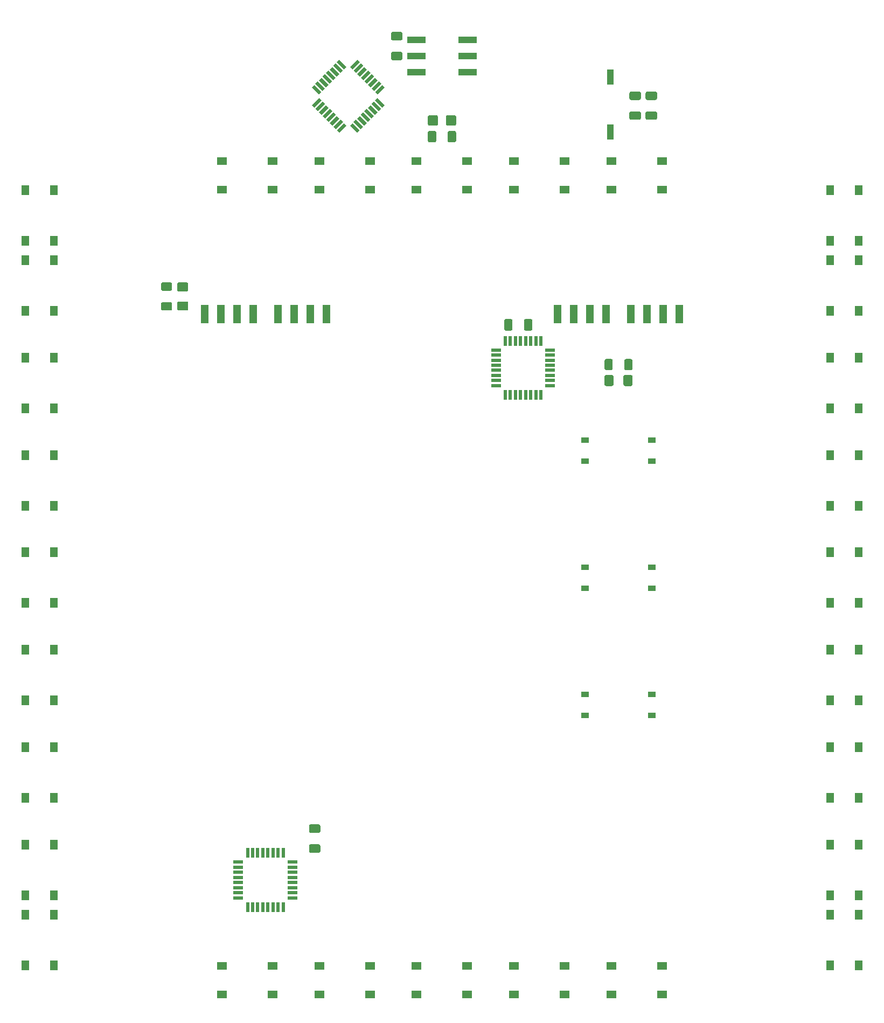
<source format=gbr>
%TF.GenerationSoftware,KiCad,Pcbnew,(5.1.9)-1*%
%TF.CreationDate,2021-07-06T15:30:50+10:00*%
%TF.ProjectId,MFD-panel2,4d46442d-7061-46e6-956c-322e6b696361,rev?*%
%TF.SameCoordinates,Original*%
%TF.FileFunction,Paste,Top*%
%TF.FilePolarity,Positive*%
%FSLAX46Y46*%
G04 Gerber Fmt 4.6, Leading zero omitted, Abs format (unit mm)*
G04 Created by KiCad (PCBNEW (5.1.9)-1) date 2021-07-06 15:30:50*
%MOMM*%
%LPD*%
G01*
G04 APERTURE LIST*
%ADD10R,3.000000X1.000000*%
%ADD11C,0.100000*%
%ADD12R,1.300000X1.550000*%
%ADD13R,1.550000X1.300000*%
%ADD14R,1.120000X2.440000*%
%ADD15R,1.200000X0.900000*%
%ADD16R,1.600000X0.550000*%
%ADD17R,0.550000X1.600000*%
%ADD18R,1.300000X3.000000*%
G04 APERTURE END LIST*
D10*
%TO.C,SW2*%
X74600000Y8860000D03*
X66600000Y8860000D03*
X74600000Y11400000D03*
X66600000Y11400000D03*
X74600000Y13940000D03*
X66600000Y13940000D03*
%TD*%
D11*
%TO.C,Atmega328P-AU1*%
G36*
X50523666Y3294555D02*
G01*
X50134757Y3683464D01*
X51266128Y4814835D01*
X51655037Y4425926D01*
X50523666Y3294555D01*
G37*
G36*
X51089352Y2728870D02*
G01*
X50700443Y3117779D01*
X51831814Y4249150D01*
X52220723Y3860241D01*
X51089352Y2728870D01*
G37*
G36*
X51655037Y2163184D02*
G01*
X51266128Y2552093D01*
X52397499Y3683464D01*
X52786408Y3294555D01*
X51655037Y2163184D01*
G37*
G36*
X52220722Y1597499D02*
G01*
X51831813Y1986408D01*
X52963184Y3117779D01*
X53352093Y2728870D01*
X52220722Y1597499D01*
G37*
G36*
X52786408Y1031813D02*
G01*
X52397499Y1420722D01*
X53528870Y2552093D01*
X53917779Y2163184D01*
X52786408Y1031813D01*
G37*
G36*
X53352093Y466128D02*
G01*
X52963184Y855037D01*
X54094555Y1986408D01*
X54483464Y1597499D01*
X53352093Y466128D01*
G37*
G36*
X53917779Y-99557D02*
G01*
X53528870Y289352D01*
X54660241Y1420723D01*
X55049150Y1031814D01*
X53917779Y-99557D01*
G37*
G36*
X54483464Y-665243D02*
G01*
X54094555Y-276334D01*
X55225926Y855037D01*
X55614835Y466128D01*
X54483464Y-665243D01*
G37*
G36*
X57665445Y-276334D02*
G01*
X57276536Y-665243D01*
X56145165Y466128D01*
X56534074Y855037D01*
X57665445Y-276334D01*
G37*
G36*
X58231130Y289352D02*
G01*
X57842221Y-99557D01*
X56710850Y1031814D01*
X57099759Y1420723D01*
X58231130Y289352D01*
G37*
G36*
X58796816Y855037D02*
G01*
X58407907Y466128D01*
X57276536Y1597499D01*
X57665445Y1986408D01*
X58796816Y855037D01*
G37*
G36*
X59362501Y1420722D02*
G01*
X58973592Y1031813D01*
X57842221Y2163184D01*
X58231130Y2552093D01*
X59362501Y1420722D01*
G37*
G36*
X59928187Y1986408D02*
G01*
X59539278Y1597499D01*
X58407907Y2728870D01*
X58796816Y3117779D01*
X59928187Y1986408D01*
G37*
G36*
X60493872Y2552093D02*
G01*
X60104963Y2163184D01*
X58973592Y3294555D01*
X59362501Y3683464D01*
X60493872Y2552093D01*
G37*
G36*
X61059557Y3117779D02*
G01*
X60670648Y2728870D01*
X59539277Y3860241D01*
X59928186Y4249150D01*
X61059557Y3117779D01*
G37*
G36*
X61625243Y3683464D02*
G01*
X61236334Y3294555D01*
X60104963Y4425926D01*
X60493872Y4814835D01*
X61625243Y3683464D01*
G37*
G36*
X60493872Y5345165D02*
G01*
X60104963Y5734074D01*
X61236334Y6865445D01*
X61625243Y6476536D01*
X60493872Y5345165D01*
G37*
G36*
X59928186Y5910850D02*
G01*
X59539277Y6299759D01*
X60670648Y7431130D01*
X61059557Y7042221D01*
X59928186Y5910850D01*
G37*
G36*
X59362501Y6476536D02*
G01*
X58973592Y6865445D01*
X60104963Y7996816D01*
X60493872Y7607907D01*
X59362501Y6476536D01*
G37*
G36*
X58796816Y7042221D02*
G01*
X58407907Y7431130D01*
X59539278Y8562501D01*
X59928187Y8173592D01*
X58796816Y7042221D01*
G37*
G36*
X58231130Y7607907D02*
G01*
X57842221Y7996816D01*
X58973592Y9128187D01*
X59362501Y8739278D01*
X58231130Y7607907D01*
G37*
G36*
X57665445Y8173592D02*
G01*
X57276536Y8562501D01*
X58407907Y9693872D01*
X58796816Y9304963D01*
X57665445Y8173592D01*
G37*
G36*
X57099759Y8739277D02*
G01*
X56710850Y9128186D01*
X57842221Y10259557D01*
X58231130Y9870648D01*
X57099759Y8739277D01*
G37*
G36*
X56534074Y9304963D02*
G01*
X56145165Y9693872D01*
X57276536Y10825243D01*
X57665445Y10436334D01*
X56534074Y9304963D01*
G37*
G36*
X55614835Y9693872D02*
G01*
X55225926Y9304963D01*
X54094555Y10436334D01*
X54483464Y10825243D01*
X55614835Y9693872D01*
G37*
G36*
X55049150Y9128186D02*
G01*
X54660241Y8739277D01*
X53528870Y9870648D01*
X53917779Y10259557D01*
X55049150Y9128186D01*
G37*
G36*
X54483464Y8562501D02*
G01*
X54094555Y8173592D01*
X52963184Y9304963D01*
X53352093Y9693872D01*
X54483464Y8562501D01*
G37*
G36*
X53917779Y7996816D02*
G01*
X53528870Y7607907D01*
X52397499Y8739278D01*
X52786408Y9128187D01*
X53917779Y7996816D01*
G37*
G36*
X53352093Y7431130D02*
G01*
X52963184Y7042221D01*
X51831813Y8173592D01*
X52220722Y8562501D01*
X53352093Y7431130D01*
G37*
G36*
X52786408Y6865445D02*
G01*
X52397499Y6476536D01*
X51266128Y7607907D01*
X51655037Y7996816D01*
X52786408Y6865445D01*
G37*
G36*
X52220723Y6299759D02*
G01*
X51831814Y5910850D01*
X50700443Y7042221D01*
X51089352Y7431130D01*
X52220723Y6299759D01*
G37*
G36*
X51655037Y5734074D02*
G01*
X51266128Y5345165D01*
X50134757Y6476536D01*
X50523666Y6865445D01*
X51655037Y5734074D01*
G37*
%TD*%
%TO.C,R8*%
G36*
G01*
X69700000Y-619999D02*
X69700000Y-1920001D01*
G75*
G02*
X69450001Y-2170000I-249999J0D01*
G01*
X68624999Y-2170000D01*
G75*
G02*
X68375000Y-1920001I0J249999D01*
G01*
X68375000Y-619999D01*
G75*
G02*
X68624999Y-370000I249999J0D01*
G01*
X69450001Y-370000D01*
G75*
G02*
X69700000Y-619999I0J-249999D01*
G01*
G37*
G36*
G01*
X72825000Y-619999D02*
X72825000Y-1920001D01*
G75*
G02*
X72575001Y-2170000I-249999J0D01*
G01*
X71749999Y-2170000D01*
G75*
G02*
X71500000Y-1920001I0J249999D01*
G01*
X71500000Y-619999D01*
G75*
G02*
X71749999Y-370000I249999J0D01*
G01*
X72575001Y-370000D01*
G75*
G02*
X72825000Y-619999I0J-249999D01*
G01*
G37*
%TD*%
%TO.C,D1*%
G36*
G01*
X71225000Y695000D02*
X71225000Y1845000D01*
G75*
G02*
X71475000Y2095000I250000J0D01*
G01*
X72575000Y2095000D01*
G75*
G02*
X72825000Y1845000I0J-250000D01*
G01*
X72825000Y695000D01*
G75*
G02*
X72575000Y445000I-250000J0D01*
G01*
X71475000Y445000D01*
G75*
G02*
X71225000Y695000I0J250000D01*
G01*
G37*
G36*
G01*
X68375000Y695000D02*
X68375000Y1845000D01*
G75*
G02*
X68625000Y2095000I250000J0D01*
G01*
X69725000Y2095000D01*
G75*
G02*
X69975000Y1845000I0J-250000D01*
G01*
X69975000Y695000D01*
G75*
G02*
X69725000Y445000I-250000J0D01*
G01*
X68625000Y445000D01*
G75*
G02*
X68375000Y695000I0J250000D01*
G01*
G37*
%TD*%
D12*
%TO.C,SW47*%
X5100000Y-28680000D03*
X9600000Y-28680000D03*
X9600000Y-20720000D03*
X5100000Y-20720000D03*
%TD*%
%TO.C,SW46*%
X5100000Y-17680000D03*
X9600000Y-17680000D03*
X9600000Y-9720000D03*
X5100000Y-9720000D03*
%TD*%
%TO.C,SW45*%
X5100000Y-43980000D03*
X9600000Y-43980000D03*
X9600000Y-36020000D03*
X5100000Y-36020000D03*
%TD*%
%TO.C,SW44*%
X5100000Y-59280000D03*
X9600000Y-59280000D03*
X9600000Y-51320000D03*
X5100000Y-51320000D03*
%TD*%
%TO.C,SW43*%
X5100000Y-74580000D03*
X9600000Y-74580000D03*
X9600000Y-66620000D03*
X5100000Y-66620000D03*
%TD*%
%TO.C,SW42*%
X5100000Y-89880000D03*
X9600000Y-89880000D03*
X9600000Y-81920000D03*
X5100000Y-81920000D03*
%TD*%
%TO.C,SW41*%
X5100000Y-105180000D03*
X9600000Y-105180000D03*
X9600000Y-97220000D03*
X5100000Y-97220000D03*
%TD*%
%TO.C,SW37*%
X5100000Y-131480000D03*
X9600000Y-131480000D03*
X9600000Y-123520000D03*
X5100000Y-123520000D03*
%TD*%
%TO.C,SW36*%
X5100000Y-120480000D03*
X9600000Y-120480000D03*
X9600000Y-112520000D03*
X5100000Y-112520000D03*
%TD*%
D13*
%TO.C,SW35*%
X43980000Y-136100000D03*
X43980000Y-131600000D03*
X36020000Y-131600000D03*
X36020000Y-136100000D03*
%TD*%
%TO.C,SW34*%
X59280000Y-136100000D03*
X59280000Y-131600000D03*
X51320000Y-131600000D03*
X51320000Y-136100000D03*
%TD*%
%TO.C,SW33*%
X74580000Y-136100000D03*
X74580000Y-131600000D03*
X66620000Y-131600000D03*
X66620000Y-136100000D03*
%TD*%
%TO.C,SW32*%
X89880000Y-136100000D03*
X89880000Y-131600000D03*
X81920000Y-131600000D03*
X81920000Y-136100000D03*
%TD*%
%TO.C,SW31*%
X105180000Y-136100000D03*
X105180000Y-131600000D03*
X97220000Y-131600000D03*
X97220000Y-136100000D03*
%TD*%
D12*
%TO.C,SW27*%
X136100000Y-123520000D03*
X131600000Y-123520000D03*
X131600000Y-131480000D03*
X136100000Y-131480000D03*
%TD*%
%TO.C,SW26*%
X136100000Y-112520000D03*
X131600000Y-112520000D03*
X131600000Y-120480000D03*
X136100000Y-120480000D03*
%TD*%
%TO.C,SW25*%
X136100000Y-97220000D03*
X131600000Y-97220000D03*
X131600000Y-105180000D03*
X136100000Y-105180000D03*
%TD*%
%TO.C,SW24*%
X136100000Y-81920000D03*
X131600000Y-81920000D03*
X131600000Y-89880000D03*
X136100000Y-89880000D03*
%TD*%
%TO.C,SW23*%
X136100000Y-66620000D03*
X131600000Y-66620000D03*
X131600000Y-74580000D03*
X136100000Y-74580000D03*
%TD*%
%TO.C,SW22*%
X136100000Y-51320000D03*
X131600000Y-51320000D03*
X131600000Y-59280000D03*
X136100000Y-59280000D03*
%TD*%
%TO.C,SW21*%
X136100000Y-36020000D03*
X131600000Y-36020000D03*
X131600000Y-43980000D03*
X136100000Y-43980000D03*
%TD*%
%TO.C,SW17*%
X136100000Y-20720000D03*
X131600000Y-20720000D03*
X131600000Y-28680000D03*
X136100000Y-28680000D03*
%TD*%
%TO.C,SW16*%
X136100000Y-9720000D03*
X131600000Y-9720000D03*
X131600000Y-17680000D03*
X136100000Y-17680000D03*
%TD*%
D13*
%TO.C,SW15*%
X105180000Y-9600000D03*
X105180000Y-5100000D03*
X97220000Y-5100000D03*
X97220000Y-9600000D03*
%TD*%
%TO.C,SW14*%
X89880000Y-9600000D03*
X89880000Y-5100000D03*
X81920000Y-5100000D03*
X81920000Y-9600000D03*
%TD*%
%TO.C,SW13*%
X74580000Y-9600000D03*
X74580000Y-5100000D03*
X66620000Y-5100000D03*
X66620000Y-9600000D03*
%TD*%
%TO.C,SW12*%
X59280000Y-9600000D03*
X59280000Y-5100000D03*
X51320000Y-5100000D03*
X51320000Y-9600000D03*
%TD*%
%TO.C,SW11*%
X43980000Y-9600000D03*
X43980000Y-5100000D03*
X36020000Y-5100000D03*
X36020000Y-9600000D03*
%TD*%
D14*
%TO.C,SW1*%
X97028000Y-508000D03*
X97028000Y8102000D03*
%TD*%
%TO.C,R5*%
G36*
G01*
X102854997Y5819500D02*
X104155003Y5819500D01*
G75*
G02*
X104405000Y5569503I0J-249997D01*
G01*
X104405000Y4744497D01*
G75*
G02*
X104155003Y4494500I-249997J0D01*
G01*
X102854997Y4494500D01*
G75*
G02*
X102605000Y4744497I0J249997D01*
G01*
X102605000Y5569503D01*
G75*
G02*
X102854997Y5819500I249997J0D01*
G01*
G37*
G36*
G01*
X102854997Y2694500D02*
X104155003Y2694500D01*
G75*
G02*
X104405000Y2444503I0J-249997D01*
G01*
X104405000Y1619497D01*
G75*
G02*
X104155003Y1369500I-249997J0D01*
G01*
X102854997Y1369500D01*
G75*
G02*
X102605000Y1619497I0J249997D01*
G01*
X102605000Y2444503D01*
G75*
G02*
X102854997Y2694500I249997J0D01*
G01*
G37*
%TD*%
%TO.C,R1*%
G36*
G01*
X101615003Y4494500D02*
X100314997Y4494500D01*
G75*
G02*
X100065000Y4744497I0J249997D01*
G01*
X100065000Y5569503D01*
G75*
G02*
X100314997Y5819500I249997J0D01*
G01*
X101615003Y5819500D01*
G75*
G02*
X101865000Y5569503I0J-249997D01*
G01*
X101865000Y4744497D01*
G75*
G02*
X101615003Y4494500I-249997J0D01*
G01*
G37*
G36*
G01*
X101615003Y1369500D02*
X100314997Y1369500D01*
G75*
G02*
X100065000Y1619497I0J249997D01*
G01*
X100065000Y2444503D01*
G75*
G02*
X100314997Y2694500I249997J0D01*
G01*
X101615003Y2694500D01*
G75*
G02*
X101865000Y2444503I0J-249997D01*
G01*
X101865000Y1619497D01*
G75*
G02*
X101615003Y1369500I-249997J0D01*
G01*
G37*
%TD*%
%TO.C,C4*%
G36*
G01*
X64150003Y13854000D02*
X62849997Y13854000D01*
G75*
G02*
X62600000Y14103997I0J249997D01*
G01*
X62600000Y14929003D01*
G75*
G02*
X62849997Y15179000I249997J0D01*
G01*
X64150003Y15179000D01*
G75*
G02*
X64400000Y14929003I0J-249997D01*
G01*
X64400000Y14103997D01*
G75*
G02*
X64150003Y13854000I-249997J0D01*
G01*
G37*
G36*
G01*
X64150003Y10729000D02*
X62849997Y10729000D01*
G75*
G02*
X62600000Y10978997I0J249997D01*
G01*
X62600000Y11804003D01*
G75*
G02*
X62849997Y12054000I249997J0D01*
G01*
X64150003Y12054000D01*
G75*
G02*
X64400000Y11804003I0J-249997D01*
G01*
X64400000Y10978997D01*
G75*
G02*
X64150003Y10729000I-249997J0D01*
G01*
G37*
%TD*%
D15*
%TO.C,D23*%
X103600000Y-88950000D03*
X103600000Y-92250000D03*
%TD*%
%TO.C,D13*%
X93100000Y-88950000D03*
X93100000Y-92250000D03*
%TD*%
%TO.C,D22*%
X103600000Y-68950000D03*
X103600000Y-72250000D03*
%TD*%
%TO.C,D21*%
X103600000Y-48950000D03*
X103600000Y-52250000D03*
%TD*%
%TO.C,D12*%
X93100000Y-68950000D03*
X93100000Y-72250000D03*
%TD*%
%TO.C,D11*%
X93100000Y-48950000D03*
X93100000Y-52250000D03*
%TD*%
D16*
%TO.C,ATMEGA328P-AU*%
X79100000Y-40400000D03*
X79100000Y-39600000D03*
X79100000Y-38800000D03*
X79100000Y-38000000D03*
X79100000Y-37200000D03*
X79100000Y-36400000D03*
X79100000Y-35600000D03*
X79100000Y-34800000D03*
D17*
X80550000Y-33350000D03*
X81350000Y-33350000D03*
X82150000Y-33350000D03*
X82950000Y-33350000D03*
X83750000Y-33350000D03*
X84550000Y-33350000D03*
X85350000Y-33350000D03*
X86150000Y-33350000D03*
D16*
X87600000Y-34800000D03*
X87600000Y-35600000D03*
X87600000Y-36400000D03*
X87600000Y-37200000D03*
X87600000Y-38000000D03*
X87600000Y-38800000D03*
X87600000Y-39600000D03*
X87600000Y-40400000D03*
D17*
X86150000Y-41850000D03*
X85350000Y-41850000D03*
X84550000Y-41850000D03*
X83750000Y-41850000D03*
X82950000Y-41850000D03*
X82150000Y-41850000D03*
X81350000Y-41850000D03*
X80550000Y-41850000D03*
%TD*%
%TO.C,R1*%
G36*
G01*
X99250000Y-37725000D02*
X99250000Y-36475000D01*
G75*
G02*
X99500000Y-36225000I250000J0D01*
G01*
X100300000Y-36225000D01*
G75*
G02*
X100550000Y-36475000I0J-250000D01*
G01*
X100550000Y-37725000D01*
G75*
G02*
X100300000Y-37975000I-250000J0D01*
G01*
X99500000Y-37975000D01*
G75*
G02*
X99250000Y-37725000I0J250000D01*
G01*
G37*
G36*
G01*
X96150000Y-37725000D02*
X96150000Y-36475000D01*
G75*
G02*
X96400000Y-36225000I250000J0D01*
G01*
X97200000Y-36225000D01*
G75*
G02*
X97450000Y-36475000I0J-250000D01*
G01*
X97450000Y-37725000D01*
G75*
G02*
X97200000Y-37975000I-250000J0D01*
G01*
X96400000Y-37975000D01*
G75*
G02*
X96150000Y-37725000I0J250000D01*
G01*
G37*
%TD*%
D18*
%TO.C,J6*%
X100290000Y-29132000D03*
X102830000Y-29132000D03*
X105370000Y-29132000D03*
X107910000Y-29132000D03*
%TD*%
%TO.C,J5*%
X88790000Y-29132000D03*
X91330000Y-29132000D03*
X93870000Y-29132000D03*
X96410000Y-29132000D03*
%TD*%
%TO.C,D2*%
G36*
G01*
X99125000Y-40225000D02*
X99125000Y-38975000D01*
G75*
G02*
X99375000Y-38725000I250000J0D01*
G01*
X100300000Y-38725000D01*
G75*
G02*
X100550000Y-38975000I0J-250000D01*
G01*
X100550000Y-40225000D01*
G75*
G02*
X100300000Y-40475000I-250000J0D01*
G01*
X99375000Y-40475000D01*
G75*
G02*
X99125000Y-40225000I0J250000D01*
G01*
G37*
G36*
G01*
X96150000Y-40225000D02*
X96150000Y-38975000D01*
G75*
G02*
X96400000Y-38725000I250000J0D01*
G01*
X97325000Y-38725000D01*
G75*
G02*
X97575000Y-38975000I0J-250000D01*
G01*
X97575000Y-40225000D01*
G75*
G02*
X97325000Y-40475000I-250000J0D01*
G01*
X96400000Y-40475000D01*
G75*
G02*
X96150000Y-40225000I0J250000D01*
G01*
G37*
%TD*%
%TO.C,C2*%
G36*
G01*
X81700000Y-30199999D02*
X81700000Y-31500001D01*
G75*
G02*
X81450001Y-31750000I-249999J0D01*
G01*
X80624999Y-31750000D01*
G75*
G02*
X80375000Y-31500001I0J249999D01*
G01*
X80375000Y-30199999D01*
G75*
G02*
X80624999Y-29950000I249999J0D01*
G01*
X81450001Y-29950000D01*
G75*
G02*
X81700000Y-30199999I0J-249999D01*
G01*
G37*
G36*
G01*
X84825000Y-30199999D02*
X84825000Y-31500001D01*
G75*
G02*
X84575001Y-31750000I-249999J0D01*
G01*
X83749999Y-31750000D01*
G75*
G02*
X83500000Y-31500001I0J249999D01*
G01*
X83500000Y-30199999D01*
G75*
G02*
X83749999Y-29950000I249999J0D01*
G01*
X84575001Y-29950000D01*
G75*
G02*
X84825000Y-30199999I0J-249999D01*
G01*
G37*
%TD*%
%TO.C,C1*%
G36*
G01*
X51250001Y-110700000D02*
X49949999Y-110700000D01*
G75*
G02*
X49700000Y-110450001I0J249999D01*
G01*
X49700000Y-109624999D01*
G75*
G02*
X49949999Y-109375000I249999J0D01*
G01*
X51250001Y-109375000D01*
G75*
G02*
X51500000Y-109624999I0J-249999D01*
G01*
X51500000Y-110450001D01*
G75*
G02*
X51250001Y-110700000I-249999J0D01*
G01*
G37*
G36*
G01*
X51250001Y-113825000D02*
X49949999Y-113825000D01*
G75*
G02*
X49700000Y-113575001I0J249999D01*
G01*
X49700000Y-112749999D01*
G75*
G02*
X49949999Y-112500000I249999J0D01*
G01*
X51250001Y-112500000D01*
G75*
G02*
X51500000Y-112749999I0J-249999D01*
G01*
X51500000Y-113575001D01*
G75*
G02*
X51250001Y-113825000I-249999J0D01*
G01*
G37*
%TD*%
%TO.C,J3*%
X33290000Y-29132000D03*
X35830000Y-29132000D03*
X38370000Y-29132000D03*
X40910000Y-29132000D03*
%TD*%
%TO.C,J2*%
X44790000Y-29132000D03*
X47330000Y-29132000D03*
X49870000Y-29132000D03*
X52410000Y-29132000D03*
%TD*%
D17*
%TO.C,ATMEGA328P-AU*%
X40050000Y-113850000D03*
X40850000Y-113850000D03*
X41650000Y-113850000D03*
X42450000Y-113850000D03*
X43250000Y-113850000D03*
X44050000Y-113850000D03*
X44850000Y-113850000D03*
X45650000Y-113850000D03*
D16*
X47100000Y-115300000D03*
X47100000Y-116100000D03*
X47100000Y-116900000D03*
X47100000Y-117700000D03*
X47100000Y-118500000D03*
X47100000Y-119300000D03*
X47100000Y-120100000D03*
X47100000Y-120900000D03*
D17*
X45650000Y-122350000D03*
X44850000Y-122350000D03*
X44050000Y-122350000D03*
X43250000Y-122350000D03*
X42450000Y-122350000D03*
X41650000Y-122350000D03*
X40850000Y-122350000D03*
X40050000Y-122350000D03*
D16*
X38600000Y-120900000D03*
X38600000Y-120100000D03*
X38600000Y-119300000D03*
X38600000Y-118500000D03*
X38600000Y-117700000D03*
X38600000Y-116900000D03*
X38600000Y-116100000D03*
X38600000Y-115300000D03*
%TD*%
%TO.C,R5*%
G36*
G01*
X26690000Y-27295000D02*
X27940000Y-27295000D01*
G75*
G02*
X28190000Y-27545000I0J-250000D01*
G01*
X28190000Y-28345000D01*
G75*
G02*
X27940000Y-28595000I-250000J0D01*
G01*
X26690000Y-28595000D01*
G75*
G02*
X26440000Y-28345000I0J250000D01*
G01*
X26440000Y-27545000D01*
G75*
G02*
X26690000Y-27295000I250000J0D01*
G01*
G37*
G36*
G01*
X26690000Y-24195000D02*
X27940000Y-24195000D01*
G75*
G02*
X28190000Y-24445000I0J-250000D01*
G01*
X28190000Y-25245000D01*
G75*
G02*
X27940000Y-25495000I-250000J0D01*
G01*
X26690000Y-25495000D01*
G75*
G02*
X26440000Y-25245000I0J250000D01*
G01*
X26440000Y-24445000D01*
G75*
G02*
X26690000Y-24195000I250000J0D01*
G01*
G37*
%TD*%
%TO.C,D1*%
G36*
G01*
X29230000Y-27170000D02*
X30480000Y-27170000D01*
G75*
G02*
X30730000Y-27420000I0J-250000D01*
G01*
X30730000Y-28345000D01*
G75*
G02*
X30480000Y-28595000I-250000J0D01*
G01*
X29230000Y-28595000D01*
G75*
G02*
X28980000Y-28345000I0J250000D01*
G01*
X28980000Y-27420000D01*
G75*
G02*
X29230000Y-27170000I250000J0D01*
G01*
G37*
G36*
G01*
X29230000Y-24195000D02*
X30480000Y-24195000D01*
G75*
G02*
X30730000Y-24445000I0J-250000D01*
G01*
X30730000Y-25370000D01*
G75*
G02*
X30480000Y-25620000I-250000J0D01*
G01*
X29230000Y-25620000D01*
G75*
G02*
X28980000Y-25370000I0J250000D01*
G01*
X28980000Y-24445000D01*
G75*
G02*
X29230000Y-24195000I250000J0D01*
G01*
G37*
%TD*%
M02*

</source>
